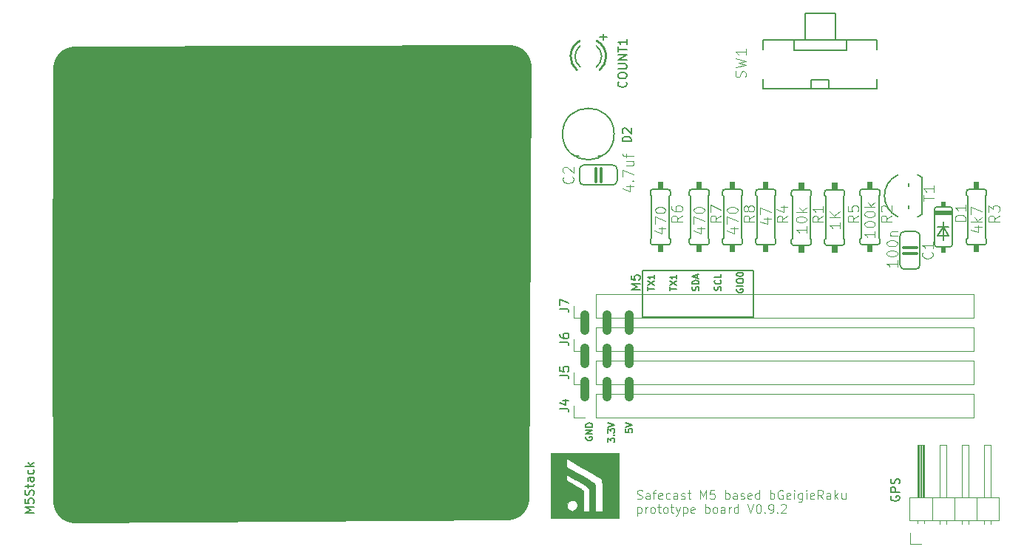
<source format=gbr>
G04 #@! TF.GenerationSoftware,KiCad,Pcbnew,(5.99.0-237-g844f45605)*
G04 #@! TF.CreationDate,2019-10-21T15:13:02+09:00*
G04 #@! TF.ProjectId,M5_board,4d355f62-6f61-4726-942e-6b696361645f,rev?*
G04 #@! TF.SameCoordinates,Original*
G04 #@! TF.FileFunction,Legend,Top*
G04 #@! TF.FilePolarity,Positive*
%FSLAX46Y46*%
G04 Gerber Fmt 4.6, Leading zero omitted, Abs format (unit mm)*
G04 Created by KiCad (PCBNEW (5.99.0-237-g844f45605)) date 2019-10-21 15:13:02*
%MOMM*%
%LPD*%
G04 APERTURE LIST*
%ADD10C,0.150000*%
%ADD11C,0.200000*%
%ADD12C,1.000000*%
%ADD13C,0.100000*%
%ADD14C,0.120000*%
%ADD15C,5.000000*%
%ADD16C,0.010000*%
%ADD17C,0.152400*%
%ADD18C,0.304800*%
%ADD19C,0.127000*%
%ADD20C,0.254000*%
%ADD21C,0.120650*%
%ADD22C,0.096520*%
G04 APERTURE END LIST*
D10*
X166161980Y-99182522D02*
X165161980Y-99182522D01*
X165876266Y-98849189D01*
X165161980Y-98515856D01*
X166161980Y-98515856D01*
X165161980Y-97563475D02*
X165161980Y-98039665D01*
X165638171Y-98087284D01*
X165590552Y-98039665D01*
X165542933Y-97944427D01*
X165542933Y-97706332D01*
X165590552Y-97611094D01*
X165638171Y-97563475D01*
X165733409Y-97515856D01*
X165971504Y-97515856D01*
X166066742Y-97563475D01*
X166114361Y-97611094D01*
X166161980Y-97706332D01*
X166161980Y-97944427D01*
X166114361Y-98039665D01*
X166066742Y-98087284D01*
D11*
X179171600Y-102310000D02*
X166471600Y-102310000D01*
X179171600Y-96976000D02*
X179171600Y-102310000D01*
X166471600Y-96976000D02*
X179171600Y-96976000D01*
X166471600Y-102310000D02*
X166471600Y-96976000D01*
D12*
X159867600Y-109676000D02*
X159867600Y-111454000D01*
X159867600Y-102056000D02*
X159867600Y-103834000D01*
X159867600Y-105866000D02*
X159867600Y-107644000D01*
X164947600Y-109676000D02*
X164947600Y-111454000D01*
X162407600Y-109676000D02*
X162407600Y-111454000D01*
X164947600Y-109676000D02*
X164947600Y-111454000D01*
X162407600Y-109676000D02*
X162407600Y-111454000D01*
X164947600Y-105866000D02*
X164947600Y-107644000D01*
X162407600Y-105866000D02*
X162407600Y-107644000D01*
D10*
X177272600Y-99105142D02*
X177236885Y-99176571D01*
X177236885Y-99283714D01*
X177272600Y-99390857D01*
X177344028Y-99462285D01*
X177415457Y-99498000D01*
X177558314Y-99533714D01*
X177665457Y-99533714D01*
X177808314Y-99498000D01*
X177879742Y-99462285D01*
X177951171Y-99390857D01*
X177986885Y-99283714D01*
X177986885Y-99212285D01*
X177951171Y-99105142D01*
X177915457Y-99069428D01*
X177665457Y-99069428D01*
X177665457Y-99212285D01*
X177986885Y-98748000D02*
X177236885Y-98748000D01*
X177236885Y-98248000D02*
X177236885Y-98105142D01*
X177272600Y-98033714D01*
X177344028Y-97962285D01*
X177486885Y-97926571D01*
X177736885Y-97926571D01*
X177879742Y-97962285D01*
X177951171Y-98033714D01*
X177986885Y-98105142D01*
X177986885Y-98248000D01*
X177951171Y-98319428D01*
X177879742Y-98390857D01*
X177736885Y-98426571D01*
X177486885Y-98426571D01*
X177344028Y-98390857D01*
X177272600Y-98319428D01*
X177236885Y-98248000D01*
X177236885Y-97462285D02*
X177236885Y-97390857D01*
X177272600Y-97319428D01*
X177308314Y-97283714D01*
X177379742Y-97248000D01*
X177522600Y-97212285D01*
X177701171Y-97212285D01*
X177844028Y-97248000D01*
X177915457Y-97283714D01*
X177951171Y-97319428D01*
X177986885Y-97390857D01*
X177986885Y-97462285D01*
X177951171Y-97533714D01*
X177915457Y-97569428D01*
X177844028Y-97605142D01*
X177701171Y-97640857D01*
X177522600Y-97640857D01*
X177379742Y-97605142D01*
X177308314Y-97569428D01*
X177272600Y-97533714D01*
X177236885Y-97462285D01*
X175411171Y-99265857D02*
X175446885Y-99158714D01*
X175446885Y-98980142D01*
X175411171Y-98908714D01*
X175375457Y-98873000D01*
X175304028Y-98837285D01*
X175232600Y-98837285D01*
X175161171Y-98873000D01*
X175125457Y-98908714D01*
X175089742Y-98980142D01*
X175054028Y-99123000D01*
X175018314Y-99194428D01*
X174982600Y-99230142D01*
X174911171Y-99265857D01*
X174839742Y-99265857D01*
X174768314Y-99230142D01*
X174732600Y-99194428D01*
X174696885Y-99123000D01*
X174696885Y-98944428D01*
X174732600Y-98837285D01*
X175375457Y-98087285D02*
X175411171Y-98123000D01*
X175446885Y-98230142D01*
X175446885Y-98301571D01*
X175411171Y-98408714D01*
X175339742Y-98480142D01*
X175268314Y-98515857D01*
X175125457Y-98551571D01*
X175018314Y-98551571D01*
X174875457Y-98515857D01*
X174804028Y-98480142D01*
X174732600Y-98408714D01*
X174696885Y-98301571D01*
X174696885Y-98230142D01*
X174732600Y-98123000D01*
X174768314Y-98087285D01*
X175446885Y-97408714D02*
X175446885Y-97765857D01*
X174696885Y-97765857D01*
X172871171Y-99283714D02*
X172906885Y-99176571D01*
X172906885Y-98998000D01*
X172871171Y-98926571D01*
X172835457Y-98890857D01*
X172764028Y-98855142D01*
X172692600Y-98855142D01*
X172621171Y-98890857D01*
X172585457Y-98926571D01*
X172549742Y-98998000D01*
X172514028Y-99140857D01*
X172478314Y-99212285D01*
X172442600Y-99248000D01*
X172371171Y-99283714D01*
X172299742Y-99283714D01*
X172228314Y-99248000D01*
X172192600Y-99212285D01*
X172156885Y-99140857D01*
X172156885Y-98962285D01*
X172192600Y-98855142D01*
X172906885Y-98533714D02*
X172156885Y-98533714D01*
X172156885Y-98355142D01*
X172192600Y-98248000D01*
X172264028Y-98176571D01*
X172335457Y-98140857D01*
X172478314Y-98105142D01*
X172585457Y-98105142D01*
X172728314Y-98140857D01*
X172799742Y-98176571D01*
X172871171Y-98248000D01*
X172906885Y-98355142D01*
X172906885Y-98533714D01*
X172692600Y-97819428D02*
X172692600Y-97462285D01*
X172906885Y-97890857D02*
X172156885Y-97640857D01*
X172906885Y-97390857D01*
X169616885Y-99301570D02*
X169616885Y-98872999D01*
X170366885Y-99087284D02*
X169616885Y-99087284D01*
X169616885Y-98694427D02*
X170366885Y-98194427D01*
X169616885Y-98194427D02*
X170366885Y-98694427D01*
X170366885Y-97515856D02*
X170366885Y-97944427D01*
X170366885Y-97730141D02*
X169616885Y-97730141D01*
X169724028Y-97801570D01*
X169795457Y-97872999D01*
X169831171Y-97944427D01*
X167076885Y-99301570D02*
X167076885Y-98872999D01*
X167826885Y-99087284D02*
X167076885Y-99087284D01*
X167076885Y-98694427D02*
X167826885Y-98194427D01*
X167076885Y-98194427D02*
X167826885Y-98694427D01*
X167826885Y-97515856D02*
X167826885Y-97944427D01*
X167826885Y-97730141D02*
X167076885Y-97730141D01*
X167184028Y-97801570D01*
X167255457Y-97872999D01*
X167291171Y-97944427D01*
X164536885Y-115152857D02*
X164536885Y-115510000D01*
X164894028Y-115545714D01*
X164858314Y-115510000D01*
X164822600Y-115438571D01*
X164822600Y-115260000D01*
X164858314Y-115188571D01*
X164894028Y-115152857D01*
X164965457Y-115117142D01*
X165144028Y-115117142D01*
X165215457Y-115152857D01*
X165251171Y-115188571D01*
X165286885Y-115260000D01*
X165286885Y-115438571D01*
X165251171Y-115510000D01*
X165215457Y-115545714D01*
X164536885Y-114902857D02*
X165286885Y-114652857D01*
X164536885Y-114402857D01*
X162504885Y-116652856D02*
X162504885Y-116188571D01*
X162790600Y-116438571D01*
X162790600Y-116331428D01*
X162826314Y-116259999D01*
X162862028Y-116224285D01*
X162933457Y-116188571D01*
X163112028Y-116188571D01*
X163183457Y-116224285D01*
X163219171Y-116259999D01*
X163254885Y-116331428D01*
X163254885Y-116545714D01*
X163219171Y-116617142D01*
X163183457Y-116652856D01*
X163183457Y-115867142D02*
X163219171Y-115831428D01*
X163254885Y-115867142D01*
X163219171Y-115902856D01*
X163183457Y-115867142D01*
X163254885Y-115867142D01*
X162504885Y-115581428D02*
X162504885Y-115117142D01*
X162790600Y-115367142D01*
X162790600Y-115259999D01*
X162826314Y-115188571D01*
X162862028Y-115152856D01*
X162933457Y-115117142D01*
X163112028Y-115117142D01*
X163183457Y-115152856D01*
X163219171Y-115188571D01*
X163254885Y-115259999D01*
X163254885Y-115474285D01*
X163219171Y-115545714D01*
X163183457Y-115581428D01*
X162504885Y-114902856D02*
X163254885Y-114652856D01*
X162504885Y-114402856D01*
X160000600Y-116045713D02*
X159964885Y-116117142D01*
X159964885Y-116224285D01*
X160000600Y-116331427D01*
X160072028Y-116402856D01*
X160143457Y-116438570D01*
X160286314Y-116474285D01*
X160393457Y-116474285D01*
X160536314Y-116438570D01*
X160607742Y-116402856D01*
X160679171Y-116331427D01*
X160714885Y-116224285D01*
X160714885Y-116152856D01*
X160679171Y-116045713D01*
X160643457Y-116009999D01*
X160393457Y-116009999D01*
X160393457Y-116152856D01*
X160714885Y-115688570D02*
X159964885Y-115688570D01*
X160714885Y-115259999D01*
X159964885Y-115259999D01*
X160714885Y-114902856D02*
X159964885Y-114902856D01*
X159964885Y-114724285D01*
X160000600Y-114617142D01*
X160072028Y-114545713D01*
X160143457Y-114509999D01*
X160286314Y-114474285D01*
X160393457Y-114474285D01*
X160536314Y-114509999D01*
X160607742Y-114545713D01*
X160679171Y-114617142D01*
X160714885Y-114724285D01*
X160714885Y-114902856D01*
D12*
X162407600Y-102106000D02*
X162407600Y-103884000D01*
X164947600Y-102106000D02*
X164947600Y-103884000D01*
D13*
X165838076Y-123118761D02*
X165980933Y-123166380D01*
X166219028Y-123166380D01*
X166314266Y-123118761D01*
X166361885Y-123071142D01*
X166409504Y-122975904D01*
X166409504Y-122880666D01*
X166361885Y-122785428D01*
X166314266Y-122737809D01*
X166219028Y-122690190D01*
X166028552Y-122642571D01*
X165933314Y-122594952D01*
X165885695Y-122547333D01*
X165838076Y-122452095D01*
X165838076Y-122356857D01*
X165885695Y-122261619D01*
X165933314Y-122214000D01*
X166028552Y-122166380D01*
X166266647Y-122166380D01*
X166409504Y-122214000D01*
X167266647Y-123166380D02*
X167266647Y-122642571D01*
X167219028Y-122547333D01*
X167123790Y-122499714D01*
X166933314Y-122499714D01*
X166838076Y-122547333D01*
X167266647Y-123118761D02*
X167171409Y-123166380D01*
X166933314Y-123166380D01*
X166838076Y-123118761D01*
X166790457Y-123023523D01*
X166790457Y-122928285D01*
X166838076Y-122833047D01*
X166933314Y-122785428D01*
X167171409Y-122785428D01*
X167266647Y-122737809D01*
X167599980Y-122499714D02*
X167980933Y-122499714D01*
X167742838Y-123166380D02*
X167742838Y-122309238D01*
X167790457Y-122214000D01*
X167885695Y-122166380D01*
X167980933Y-122166380D01*
X168695219Y-123118761D02*
X168599980Y-123166380D01*
X168409504Y-123166380D01*
X168314266Y-123118761D01*
X168266647Y-123023523D01*
X168266647Y-122642571D01*
X168314266Y-122547333D01*
X168409504Y-122499714D01*
X168599980Y-122499714D01*
X168695219Y-122547333D01*
X168742838Y-122642571D01*
X168742838Y-122737809D01*
X168266647Y-122833047D01*
X169599980Y-123118761D02*
X169504742Y-123166380D01*
X169314266Y-123166380D01*
X169219028Y-123118761D01*
X169171409Y-123071142D01*
X169123790Y-122975904D01*
X169123790Y-122690190D01*
X169171409Y-122594952D01*
X169219028Y-122547333D01*
X169314266Y-122499714D01*
X169504742Y-122499714D01*
X169599980Y-122547333D01*
X170457123Y-123166380D02*
X170457123Y-122642571D01*
X170409504Y-122547333D01*
X170314266Y-122499714D01*
X170123790Y-122499714D01*
X170028552Y-122547333D01*
X170457123Y-123118761D02*
X170361885Y-123166380D01*
X170123790Y-123166380D01*
X170028552Y-123118761D01*
X169980933Y-123023523D01*
X169980933Y-122928285D01*
X170028552Y-122833047D01*
X170123790Y-122785428D01*
X170361885Y-122785428D01*
X170457123Y-122737809D01*
X170885695Y-123118761D02*
X170980933Y-123166380D01*
X171171409Y-123166380D01*
X171266647Y-123118761D01*
X171314266Y-123023523D01*
X171314266Y-122975904D01*
X171266647Y-122880666D01*
X171171409Y-122833047D01*
X171028552Y-122833047D01*
X170933314Y-122785428D01*
X170885695Y-122690190D01*
X170885695Y-122642571D01*
X170933314Y-122547333D01*
X171028552Y-122499714D01*
X171171409Y-122499714D01*
X171266647Y-122547333D01*
X171599980Y-122499714D02*
X171980933Y-122499714D01*
X171742838Y-122166380D02*
X171742838Y-123023523D01*
X171790457Y-123118761D01*
X171885695Y-123166380D01*
X171980933Y-123166380D01*
X173076171Y-123166380D02*
X173076171Y-122166380D01*
X173409504Y-122880666D01*
X173742838Y-122166380D01*
X173742838Y-123166380D01*
X174695219Y-122166380D02*
X174219028Y-122166380D01*
X174171409Y-122642571D01*
X174219028Y-122594952D01*
X174314266Y-122547333D01*
X174552361Y-122547333D01*
X174647600Y-122594952D01*
X174695219Y-122642571D01*
X174742838Y-122737809D01*
X174742838Y-122975904D01*
X174695219Y-123071142D01*
X174647600Y-123118761D01*
X174552361Y-123166380D01*
X174314266Y-123166380D01*
X174219028Y-123118761D01*
X174171409Y-123071142D01*
X175933314Y-123166380D02*
X175933314Y-122166380D01*
X175933314Y-122547333D02*
X176028552Y-122499714D01*
X176219028Y-122499714D01*
X176314266Y-122547333D01*
X176361885Y-122594952D01*
X176409504Y-122690190D01*
X176409504Y-122975904D01*
X176361885Y-123071142D01*
X176314266Y-123118761D01*
X176219028Y-123166380D01*
X176028552Y-123166380D01*
X175933314Y-123118761D01*
X177266647Y-123166380D02*
X177266647Y-122642571D01*
X177219028Y-122547333D01*
X177123790Y-122499714D01*
X176933314Y-122499714D01*
X176838076Y-122547333D01*
X177266647Y-123118761D02*
X177171409Y-123166380D01*
X176933314Y-123166380D01*
X176838076Y-123118761D01*
X176790457Y-123023523D01*
X176790457Y-122928285D01*
X176838076Y-122833047D01*
X176933314Y-122785428D01*
X177171409Y-122785428D01*
X177266647Y-122737809D01*
X177695219Y-123118761D02*
X177790457Y-123166380D01*
X177980933Y-123166380D01*
X178076171Y-123118761D01*
X178123790Y-123023523D01*
X178123790Y-122975904D01*
X178076171Y-122880666D01*
X177980933Y-122833047D01*
X177838076Y-122833047D01*
X177742838Y-122785428D01*
X177695219Y-122690190D01*
X177695219Y-122642571D01*
X177742838Y-122547333D01*
X177838076Y-122499714D01*
X177980933Y-122499714D01*
X178076171Y-122547333D01*
X178933314Y-123118761D02*
X178838076Y-123166380D01*
X178647600Y-123166380D01*
X178552361Y-123118761D01*
X178504742Y-123023523D01*
X178504742Y-122642571D01*
X178552361Y-122547333D01*
X178647600Y-122499714D01*
X178838076Y-122499714D01*
X178933314Y-122547333D01*
X178980933Y-122642571D01*
X178980933Y-122737809D01*
X178504742Y-122833047D01*
X179838076Y-123166380D02*
X179838076Y-122166380D01*
X179838076Y-123118761D02*
X179742838Y-123166380D01*
X179552361Y-123166380D01*
X179457123Y-123118761D01*
X179409504Y-123071142D01*
X179361885Y-122975904D01*
X179361885Y-122690190D01*
X179409504Y-122594952D01*
X179457123Y-122547333D01*
X179552361Y-122499714D01*
X179742838Y-122499714D01*
X179838076Y-122547333D01*
X181076171Y-123166380D02*
X181076171Y-122166380D01*
X181076171Y-122547333D02*
X181171409Y-122499714D01*
X181361885Y-122499714D01*
X181457123Y-122547333D01*
X181504742Y-122594952D01*
X181552361Y-122690190D01*
X181552361Y-122975904D01*
X181504742Y-123071142D01*
X181457123Y-123118761D01*
X181361885Y-123166380D01*
X181171409Y-123166380D01*
X181076171Y-123118761D01*
X182504742Y-122214000D02*
X182409504Y-122166380D01*
X182266647Y-122166380D01*
X182123790Y-122214000D01*
X182028552Y-122309238D01*
X181980933Y-122404476D01*
X181933314Y-122594952D01*
X181933314Y-122737809D01*
X181980933Y-122928285D01*
X182028552Y-123023523D01*
X182123790Y-123118761D01*
X182266647Y-123166380D01*
X182361885Y-123166380D01*
X182504742Y-123118761D01*
X182552361Y-123071142D01*
X182552361Y-122737809D01*
X182361885Y-122737809D01*
X183361885Y-123118761D02*
X183266647Y-123166380D01*
X183076171Y-123166380D01*
X182980933Y-123118761D01*
X182933314Y-123023523D01*
X182933314Y-122642571D01*
X182980933Y-122547333D01*
X183076171Y-122499714D01*
X183266647Y-122499714D01*
X183361885Y-122547333D01*
X183409504Y-122642571D01*
X183409504Y-122737809D01*
X182933314Y-122833047D01*
X183838076Y-123166380D02*
X183838076Y-122499714D01*
X183838076Y-122166380D02*
X183790457Y-122214000D01*
X183838076Y-122261619D01*
X183885695Y-122214000D01*
X183838076Y-122166380D01*
X183838076Y-122261619D01*
X184742838Y-122499714D02*
X184742838Y-123309238D01*
X184695219Y-123404476D01*
X184647600Y-123452095D01*
X184552361Y-123499714D01*
X184409504Y-123499714D01*
X184314266Y-123452095D01*
X184742838Y-123118761D02*
X184647600Y-123166380D01*
X184457123Y-123166380D01*
X184361885Y-123118761D01*
X184314266Y-123071142D01*
X184266647Y-122975904D01*
X184266647Y-122690190D01*
X184314266Y-122594952D01*
X184361885Y-122547333D01*
X184457123Y-122499714D01*
X184647600Y-122499714D01*
X184742838Y-122547333D01*
X185219028Y-123166380D02*
X185219028Y-122499714D01*
X185219028Y-122166380D02*
X185171409Y-122214000D01*
X185219028Y-122261619D01*
X185266647Y-122214000D01*
X185219028Y-122166380D01*
X185219028Y-122261619D01*
X186076171Y-123118761D02*
X185980933Y-123166380D01*
X185790457Y-123166380D01*
X185695219Y-123118761D01*
X185647600Y-123023523D01*
X185647600Y-122642571D01*
X185695219Y-122547333D01*
X185790457Y-122499714D01*
X185980933Y-122499714D01*
X186076171Y-122547333D01*
X186123790Y-122642571D01*
X186123790Y-122737809D01*
X185647600Y-122833047D01*
X187123790Y-123166380D02*
X186790457Y-122690190D01*
X186552361Y-123166380D02*
X186552361Y-122166380D01*
X186933314Y-122166380D01*
X187028552Y-122214000D01*
X187076171Y-122261619D01*
X187123790Y-122356857D01*
X187123790Y-122499714D01*
X187076171Y-122594952D01*
X187028552Y-122642571D01*
X186933314Y-122690190D01*
X186552361Y-122690190D01*
X187980933Y-123166380D02*
X187980933Y-122642571D01*
X187933314Y-122547333D01*
X187838076Y-122499714D01*
X187647600Y-122499714D01*
X187552361Y-122547333D01*
X187980933Y-123118761D02*
X187885695Y-123166380D01*
X187647600Y-123166380D01*
X187552361Y-123118761D01*
X187504742Y-123023523D01*
X187504742Y-122928285D01*
X187552361Y-122833047D01*
X187647600Y-122785428D01*
X187885695Y-122785428D01*
X187980933Y-122737809D01*
X188457123Y-123166380D02*
X188457123Y-122166380D01*
X188552361Y-122785428D02*
X188838076Y-123166380D01*
X188838076Y-122499714D02*
X188457123Y-122880666D01*
X189695219Y-122499714D02*
X189695219Y-123166380D01*
X189266647Y-122499714D02*
X189266647Y-123023523D01*
X189314266Y-123118761D01*
X189409504Y-123166380D01*
X189552361Y-123166380D01*
X189647600Y-123118761D01*
X189695219Y-123071142D01*
X165885695Y-124109714D02*
X165885695Y-125109714D01*
X165885695Y-124157333D02*
X165980933Y-124109714D01*
X166171409Y-124109714D01*
X166266647Y-124157333D01*
X166314266Y-124204952D01*
X166361885Y-124300190D01*
X166361885Y-124585904D01*
X166314266Y-124681142D01*
X166266647Y-124728761D01*
X166171409Y-124776380D01*
X165980933Y-124776380D01*
X165885695Y-124728761D01*
X166790457Y-124776380D02*
X166790457Y-124109714D01*
X166790457Y-124300190D02*
X166838076Y-124204952D01*
X166885695Y-124157333D01*
X166980933Y-124109714D01*
X167076171Y-124109714D01*
X167552361Y-124776380D02*
X167457123Y-124728761D01*
X167409504Y-124681142D01*
X167361885Y-124585904D01*
X167361885Y-124300190D01*
X167409504Y-124204952D01*
X167457123Y-124157333D01*
X167552361Y-124109714D01*
X167695219Y-124109714D01*
X167790457Y-124157333D01*
X167838076Y-124204952D01*
X167885695Y-124300190D01*
X167885695Y-124585904D01*
X167838076Y-124681142D01*
X167790457Y-124728761D01*
X167695219Y-124776380D01*
X167552361Y-124776380D01*
X168171409Y-124109714D02*
X168552361Y-124109714D01*
X168314266Y-123776380D02*
X168314266Y-124633523D01*
X168361885Y-124728761D01*
X168457123Y-124776380D01*
X168552361Y-124776380D01*
X169028552Y-124776380D02*
X168933314Y-124728761D01*
X168885695Y-124681142D01*
X168838076Y-124585904D01*
X168838076Y-124300190D01*
X168885695Y-124204952D01*
X168933314Y-124157333D01*
X169028552Y-124109714D01*
X169171409Y-124109714D01*
X169266647Y-124157333D01*
X169314266Y-124204952D01*
X169361885Y-124300190D01*
X169361885Y-124585904D01*
X169314266Y-124681142D01*
X169266647Y-124728761D01*
X169171409Y-124776380D01*
X169028552Y-124776380D01*
X169647600Y-124109714D02*
X170028552Y-124109714D01*
X169790457Y-123776380D02*
X169790457Y-124633523D01*
X169838076Y-124728761D01*
X169933314Y-124776380D01*
X170028552Y-124776380D01*
X170266647Y-124109714D02*
X170504742Y-124776380D01*
X170742838Y-124109714D02*
X170504742Y-124776380D01*
X170409504Y-125014476D01*
X170361885Y-125062095D01*
X170266647Y-125109714D01*
X171123790Y-124109714D02*
X171123790Y-125109714D01*
X171123790Y-124157333D02*
X171219028Y-124109714D01*
X171409504Y-124109714D01*
X171504742Y-124157333D01*
X171552361Y-124204952D01*
X171599980Y-124300190D01*
X171599980Y-124585904D01*
X171552361Y-124681142D01*
X171504742Y-124728761D01*
X171409504Y-124776380D01*
X171219028Y-124776380D01*
X171123790Y-124728761D01*
X172409504Y-124728761D02*
X172314266Y-124776380D01*
X172123790Y-124776380D01*
X172028552Y-124728761D01*
X171980933Y-124633523D01*
X171980933Y-124252571D01*
X172028552Y-124157333D01*
X172123790Y-124109714D01*
X172314266Y-124109714D01*
X172409504Y-124157333D01*
X172457123Y-124252571D01*
X172457123Y-124347809D01*
X171980933Y-124443047D01*
X173647600Y-124776380D02*
X173647600Y-123776380D01*
X173647600Y-124157333D02*
X173742838Y-124109714D01*
X173933314Y-124109714D01*
X174028552Y-124157333D01*
X174076171Y-124204952D01*
X174123790Y-124300190D01*
X174123790Y-124585904D01*
X174076171Y-124681142D01*
X174028552Y-124728761D01*
X173933314Y-124776380D01*
X173742838Y-124776380D01*
X173647600Y-124728761D01*
X174695219Y-124776380D02*
X174599980Y-124728761D01*
X174552361Y-124681142D01*
X174504742Y-124585904D01*
X174504742Y-124300190D01*
X174552361Y-124204952D01*
X174599980Y-124157333D01*
X174695219Y-124109714D01*
X174838076Y-124109714D01*
X174933314Y-124157333D01*
X174980933Y-124204952D01*
X175028552Y-124300190D01*
X175028552Y-124585904D01*
X174980933Y-124681142D01*
X174933314Y-124728761D01*
X174838076Y-124776380D01*
X174695219Y-124776380D01*
X175885695Y-124776380D02*
X175885695Y-124252571D01*
X175838076Y-124157333D01*
X175742838Y-124109714D01*
X175552361Y-124109714D01*
X175457123Y-124157333D01*
X175885695Y-124728761D02*
X175790457Y-124776380D01*
X175552361Y-124776380D01*
X175457123Y-124728761D01*
X175409504Y-124633523D01*
X175409504Y-124538285D01*
X175457123Y-124443047D01*
X175552361Y-124395428D01*
X175790457Y-124395428D01*
X175885695Y-124347809D01*
X176361885Y-124776380D02*
X176361885Y-124109714D01*
X176361885Y-124300190D02*
X176409504Y-124204952D01*
X176457123Y-124157333D01*
X176552361Y-124109714D01*
X176647600Y-124109714D01*
X177409504Y-124776380D02*
X177409504Y-123776380D01*
X177409504Y-124728761D02*
X177314266Y-124776380D01*
X177123790Y-124776380D01*
X177028552Y-124728761D01*
X176980933Y-124681142D01*
X176933314Y-124585904D01*
X176933314Y-124300190D01*
X176980933Y-124204952D01*
X177028552Y-124157333D01*
X177123790Y-124109714D01*
X177314266Y-124109714D01*
X177409504Y-124157333D01*
X178504742Y-123776380D02*
X178838076Y-124776380D01*
X179171409Y-123776380D01*
X179695219Y-123776380D02*
X179790457Y-123776380D01*
X179885695Y-123824000D01*
X179933314Y-123871619D01*
X179980933Y-123966857D01*
X180028552Y-124157333D01*
X180028552Y-124395428D01*
X179980933Y-124585904D01*
X179933314Y-124681142D01*
X179885695Y-124728761D01*
X179790457Y-124776380D01*
X179695219Y-124776380D01*
X179599980Y-124728761D01*
X179552361Y-124681142D01*
X179504742Y-124585904D01*
X179457123Y-124395428D01*
X179457123Y-124157333D01*
X179504742Y-123966857D01*
X179552361Y-123871619D01*
X179599980Y-123824000D01*
X179695219Y-123776380D01*
X180457123Y-124681142D02*
X180504742Y-124728761D01*
X180457123Y-124776380D01*
X180409504Y-124728761D01*
X180457123Y-124681142D01*
X180457123Y-124776380D01*
X180980933Y-124776380D02*
X181171409Y-124776380D01*
X181266647Y-124728761D01*
X181314266Y-124681142D01*
X181409504Y-124538285D01*
X181457123Y-124347809D01*
X181457123Y-123966857D01*
X181409504Y-123871619D01*
X181361885Y-123824000D01*
X181266647Y-123776380D01*
X181076171Y-123776380D01*
X180980933Y-123824000D01*
X180933314Y-123871619D01*
X180885695Y-123966857D01*
X180885695Y-124204952D01*
X180933314Y-124300190D01*
X180980933Y-124347809D01*
X181076171Y-124395428D01*
X181266647Y-124395428D01*
X181361885Y-124347809D01*
X181409504Y-124300190D01*
X181457123Y-124204952D01*
X181885695Y-124681142D02*
X181933314Y-124728761D01*
X181885695Y-124776380D01*
X181838076Y-124728761D01*
X181885695Y-124681142D01*
X181885695Y-124776380D01*
X182314266Y-123871619D02*
X182361885Y-123824000D01*
X182457123Y-123776380D01*
X182695219Y-123776380D01*
X182790457Y-123824000D01*
X182838076Y-123871619D01*
X182885695Y-123966857D01*
X182885695Y-124062095D01*
X182838076Y-124204952D01*
X182266647Y-124776380D01*
X182885695Y-124776380D01*
D14*
X204378000Y-102370000D02*
X204378000Y-99710000D01*
X161138000Y-102370000D02*
X204378000Y-102370000D01*
X161138000Y-99710000D02*
X204378000Y-99710000D01*
X161138000Y-102370000D02*
X161138000Y-99710000D01*
X159868000Y-102370000D02*
X158538000Y-102370000D01*
X158538000Y-102370000D02*
X158538000Y-101040000D01*
X204378000Y-106180000D02*
X204378000Y-103520000D01*
X161138000Y-106180000D02*
X204378000Y-106180000D01*
X161138000Y-103520000D02*
X204378000Y-103520000D01*
X161138000Y-106180000D02*
X161138000Y-103520000D01*
X159868000Y-106180000D02*
X158538000Y-106180000D01*
X158538000Y-106180000D02*
X158538000Y-104850000D01*
X204378000Y-109990000D02*
X204378000Y-107330000D01*
X161138000Y-109990000D02*
X204378000Y-109990000D01*
X161138000Y-107330000D02*
X204378000Y-107330000D01*
X161138000Y-109990000D02*
X161138000Y-107330000D01*
X159868000Y-109990000D02*
X158538000Y-109990000D01*
X158538000Y-109990000D02*
X158538000Y-108660000D01*
X204378000Y-113800000D02*
X204378000Y-111140000D01*
X161138000Y-113800000D02*
X204378000Y-113800000D01*
X161138000Y-111140000D02*
X204378000Y-111140000D01*
X161138000Y-113800000D02*
X161138000Y-111140000D01*
X159868000Y-113800000D02*
X158538000Y-113800000D01*
X158538000Y-113800000D02*
X158538000Y-112470000D01*
D10*
X159149000Y-83855000D02*
X158699000Y-83855000D01*
X163199000Y-81355000D02*
G75*
G03X163199000Y-81355000I-2950000J0D01*
G01*
X161349000Y-83855000D02*
X161799000Y-83855000D01*
D15*
G36*
X150942960Y-123096319D02*
G01*
X101442960Y-123396319D01*
X101370960Y-103886319D01*
X101442960Y-73796319D01*
X151242960Y-73596319D01*
X150942960Y-123096319D01*
G37*
X150942960Y-123096319D02*
X101442960Y-123396319D01*
X101370960Y-103886319D01*
X101442960Y-73796319D01*
X151242960Y-73596319D01*
X150942960Y-123096319D01*
D16*
G36*
X163762267Y-117888667D02*
G01*
X163762267Y-125339333D01*
X155972934Y-125339333D01*
X155972934Y-123830544D01*
X157783307Y-123830544D01*
X157822465Y-124122056D01*
X157826542Y-124132132D01*
X157993453Y-124373736D01*
X158230943Y-124536016D01*
X158368971Y-124571603D01*
X158484508Y-124539935D01*
X158672512Y-124455325D01*
X158685245Y-124448793D01*
X158909386Y-124252399D01*
X159008598Y-123992816D01*
X158985141Y-123718647D01*
X158841270Y-123478497D01*
X158633770Y-123340536D01*
X158337572Y-123295457D01*
X158074602Y-123384157D01*
X157878600Y-123573549D01*
X157783307Y-123830544D01*
X155972934Y-123830544D01*
X155972934Y-120714605D01*
X157750933Y-120714605D01*
X157750933Y-121075702D01*
X158491767Y-121486700D01*
X158836999Y-121681335D01*
X159150750Y-121863737D01*
X159386819Y-122006799D01*
X159465434Y-122057948D01*
X159698267Y-122218197D01*
X159698267Y-124577333D01*
X160375600Y-124577333D01*
X160375600Y-122013407D01*
X160100434Y-121763390D01*
X159924015Y-121629083D01*
X159635542Y-121438107D01*
X159272131Y-121213934D01*
X158870895Y-120980035D01*
X158788100Y-120933441D01*
X157750934Y-120353509D01*
X157750933Y-120714605D01*
X155972934Y-120714605D01*
X155972934Y-119022313D01*
X157750934Y-119022313D01*
X157750934Y-119478626D01*
X159277840Y-120345650D01*
X159745273Y-120616087D01*
X160167130Y-120869623D01*
X160519114Y-121090894D01*
X160776926Y-121264530D01*
X160916272Y-121375167D01*
X160928840Y-121389843D01*
X160975948Y-121493244D01*
X161010166Y-121664256D01*
X161033189Y-121925891D01*
X161046716Y-122301161D01*
X161052445Y-122813078D01*
X161052934Y-123072172D01*
X161052934Y-124577333D01*
X161909105Y-124577333D01*
X161883186Y-122808016D01*
X161873241Y-122211003D01*
X161861742Y-121759777D01*
X161846409Y-121430797D01*
X161824959Y-121200518D01*
X161795112Y-121045397D01*
X161754586Y-120941890D01*
X161701100Y-120866454D01*
X161694321Y-120858851D01*
X161591596Y-120782020D01*
X161368825Y-120637570D01*
X161049914Y-120439557D01*
X160658765Y-120202036D01*
X160219283Y-119939062D01*
X159755372Y-119664692D01*
X159290935Y-119392980D01*
X158849876Y-119137982D01*
X158456100Y-118913754D01*
X158133511Y-118734350D01*
X157906012Y-118613826D01*
X157797507Y-118566237D01*
X157794877Y-118566000D01*
X157770594Y-118642512D01*
X157754635Y-118839509D01*
X157750934Y-119022313D01*
X155972934Y-119022313D01*
X155972934Y-117888667D01*
X163762267Y-117888667D01*
G37*
X163762267Y-117888667D02*
X163762267Y-125339333D01*
X155972934Y-125339333D01*
X155972934Y-123830544D01*
X157783307Y-123830544D01*
X157822465Y-124122056D01*
X157826542Y-124132132D01*
X157993453Y-124373736D01*
X158230943Y-124536016D01*
X158368971Y-124571603D01*
X158484508Y-124539935D01*
X158672512Y-124455325D01*
X158685245Y-124448793D01*
X158909386Y-124252399D01*
X159008598Y-123992816D01*
X158985141Y-123718647D01*
X158841270Y-123478497D01*
X158633770Y-123340536D01*
X158337572Y-123295457D01*
X158074602Y-123384157D01*
X157878600Y-123573549D01*
X157783307Y-123830544D01*
X155972934Y-123830544D01*
X155972934Y-120714605D01*
X157750933Y-120714605D01*
X157750933Y-121075702D01*
X158491767Y-121486700D01*
X158836999Y-121681335D01*
X159150750Y-121863737D01*
X159386819Y-122006799D01*
X159465434Y-122057948D01*
X159698267Y-122218197D01*
X159698267Y-124577333D01*
X160375600Y-124577333D01*
X160375600Y-122013407D01*
X160100434Y-121763390D01*
X159924015Y-121629083D01*
X159635542Y-121438107D01*
X159272131Y-121213934D01*
X158870895Y-120980035D01*
X158788100Y-120933441D01*
X157750934Y-120353509D01*
X157750933Y-120714605D01*
X155972934Y-120714605D01*
X155972934Y-119022313D01*
X157750934Y-119022313D01*
X157750934Y-119478626D01*
X159277840Y-120345650D01*
X159745273Y-120616087D01*
X160167130Y-120869623D01*
X160519114Y-121090894D01*
X160776926Y-121264530D01*
X160916272Y-121375167D01*
X160928840Y-121389843D01*
X160975948Y-121493244D01*
X161010166Y-121664256D01*
X161033189Y-121925891D01*
X161046716Y-122301161D01*
X161052445Y-122813078D01*
X161052934Y-123072172D01*
X161052934Y-124577333D01*
X161909105Y-124577333D01*
X161883186Y-122808016D01*
X161873241Y-122211003D01*
X161861742Y-121759777D01*
X161846409Y-121430797D01*
X161824959Y-121200518D01*
X161795112Y-121045397D01*
X161754586Y-120941890D01*
X161701100Y-120866454D01*
X161694321Y-120858851D01*
X161591596Y-120782020D01*
X161368825Y-120637570D01*
X161049914Y-120439557D01*
X160658765Y-120202036D01*
X160219283Y-119939062D01*
X159755372Y-119664692D01*
X159290935Y-119392980D01*
X158849876Y-119137982D01*
X158456100Y-118913754D01*
X158133511Y-118734350D01*
X157906012Y-118613826D01*
X157797507Y-118566237D01*
X157794877Y-118566000D01*
X157770594Y-118642512D01*
X157754635Y-118839509D01*
X157750934Y-119022313D01*
X155972934Y-119022313D01*
X155972934Y-117888667D01*
X163762267Y-117888667D01*
D10*
G36*
X188762800Y-87755000D02*
G01*
X188153200Y-87755000D01*
X188153200Y-86891400D01*
X188762800Y-86891400D01*
X188762800Y-87755000D01*
G37*
G36*
X188762800Y-94968600D02*
G01*
X188153200Y-94968600D01*
X188153200Y-94105000D01*
X188762800Y-94105000D01*
X188762800Y-94968600D01*
G37*
D17*
X187569000Y-94105000D02*
X189347000Y-94105000D01*
X187315000Y-93851000D02*
X187315000Y-93470000D01*
X189601000Y-93851000D02*
X189601000Y-93470000D01*
X187442000Y-93343000D02*
X187442000Y-88517000D01*
X187442000Y-93343000D02*
X187315000Y-93470000D01*
X189474000Y-93343000D02*
X189474000Y-88517000D01*
X189474000Y-93343000D02*
X189601000Y-93470000D01*
X187442000Y-88517000D02*
X187315000Y-88390000D01*
X187315000Y-88009000D02*
X187315000Y-88390000D01*
X189474000Y-88517000D02*
X189601000Y-88390000D01*
X189601000Y-88009000D02*
X189601000Y-88390000D01*
X187569000Y-87755000D02*
X189347000Y-87755000D01*
X189347000Y-94105000D02*
G75*
G03X189601000Y-93851000I0J254000D01*
G01*
X187569000Y-94105000D02*
G75*
G02X187315000Y-93851000I0J254000D01*
G01*
X187315000Y-88009000D02*
G75*
G02X187569000Y-87755000I254000J0D01*
G01*
X189601000Y-88009000D02*
G75*
G03X189347000Y-87755000I-254000J0D01*
G01*
D10*
G36*
X184952800Y-94968600D02*
G01*
X184343200Y-94968600D01*
X184343200Y-94105000D01*
X184952800Y-94105000D01*
X184952800Y-94968600D01*
G37*
G36*
X184952800Y-87755000D02*
G01*
X184343200Y-87755000D01*
X184343200Y-86891400D01*
X184952800Y-86891400D01*
X184952800Y-87755000D01*
G37*
D17*
X185537000Y-87755000D02*
X183759000Y-87755000D01*
X185791000Y-88009000D02*
X185791000Y-88390000D01*
X183505000Y-88009000D02*
X183505000Y-88390000D01*
X185664000Y-88517000D02*
X185664000Y-93343000D01*
X185664000Y-88517000D02*
X185791000Y-88390000D01*
X183632000Y-88517000D02*
X183632000Y-93343000D01*
X183632000Y-88517000D02*
X183505000Y-88390000D01*
X185664000Y-93343000D02*
X185791000Y-93470000D01*
X185791000Y-93851000D02*
X185791000Y-93470000D01*
X183632000Y-93343000D02*
X183505000Y-93470000D01*
X183505000Y-93851000D02*
X183505000Y-93470000D01*
X185537000Y-94105000D02*
X183759000Y-94105000D01*
X183759000Y-87755000D02*
G75*
G03X183505000Y-88009000I0J-254000D01*
G01*
X185537000Y-87755000D02*
G75*
G02X185791000Y-88009000I0J-254000D01*
G01*
X185791000Y-93851000D02*
G75*
G02X185537000Y-94105000I-254000J0D01*
G01*
X183505000Y-93851000D02*
G75*
G03X183759000Y-94105000I254000J0D01*
G01*
D18*
X161722200Y-85292000D02*
X161722200Y-86816000D01*
X161087200Y-85292000D02*
X161087200Y-86816000D01*
D17*
X163551000Y-86689000D02*
G75*
G02X163043000Y-87197000I-508000J0D01*
G01*
X163551000Y-85419000D02*
G75*
G03X163043000Y-84911000I-508000J0D01*
G01*
X163043000Y-87197000D02*
X159741000Y-87197000D01*
X163551000Y-86689000D02*
X163551000Y-85419000D01*
X163043000Y-84911000D02*
X159741000Y-84911000D01*
X159741000Y-87197000D02*
G75*
G02X159233000Y-86689000I0J508000D01*
G01*
X159741000Y-84911000D02*
G75*
G03X159233000Y-85419000I0J-508000D01*
G01*
X159233000Y-86689000D02*
X159233000Y-85419000D01*
D10*
G36*
X177063800Y-87705000D02*
G01*
X176454200Y-87705000D01*
X176454200Y-86841400D01*
X177063800Y-86841400D01*
X177063800Y-87705000D01*
G37*
G36*
X177063800Y-94918600D02*
G01*
X176454200Y-94918600D01*
X176454200Y-94055000D01*
X177063800Y-94055000D01*
X177063800Y-94918600D01*
G37*
D17*
X175870000Y-94055000D02*
X177648000Y-94055000D01*
X175616000Y-93801000D02*
X175616000Y-93420000D01*
X177902000Y-93801000D02*
X177902000Y-93420000D01*
X175743000Y-93293000D02*
X175743000Y-88467000D01*
X175743000Y-93293000D02*
X175616000Y-93420000D01*
X177775000Y-93293000D02*
X177775000Y-88467000D01*
X177775000Y-93293000D02*
X177902000Y-93420000D01*
X175743000Y-88467000D02*
X175616000Y-88340000D01*
X175616000Y-87959000D02*
X175616000Y-88340000D01*
X177775000Y-88467000D02*
X177902000Y-88340000D01*
X177902000Y-87959000D02*
X177902000Y-88340000D01*
X175870000Y-87705000D02*
X177648000Y-87705000D01*
X177648000Y-94055000D02*
G75*
G03X177902000Y-93801000I0J254000D01*
G01*
X175870000Y-94055000D02*
G75*
G02X175616000Y-93801000I0J254000D01*
G01*
X175616000Y-87959000D02*
G75*
G02X175870000Y-87705000I254000J0D01*
G01*
X177902000Y-87959000D02*
G75*
G03X177648000Y-87705000I-254000J0D01*
G01*
D10*
G36*
X173253800Y-87705000D02*
G01*
X172644200Y-87705000D01*
X172644200Y-86841400D01*
X173253800Y-86841400D01*
X173253800Y-87705000D01*
G37*
G36*
X173253800Y-94918600D02*
G01*
X172644200Y-94918600D01*
X172644200Y-94055000D01*
X173253800Y-94055000D01*
X173253800Y-94918600D01*
G37*
D17*
X172060000Y-94055000D02*
X173838000Y-94055000D01*
X171806000Y-93801000D02*
X171806000Y-93420000D01*
X174092000Y-93801000D02*
X174092000Y-93420000D01*
X171933000Y-93293000D02*
X171933000Y-88467000D01*
X171933000Y-93293000D02*
X171806000Y-93420000D01*
X173965000Y-93293000D02*
X173965000Y-88467000D01*
X173965000Y-93293000D02*
X174092000Y-93420000D01*
X171933000Y-88467000D02*
X171806000Y-88340000D01*
X171806000Y-87959000D02*
X171806000Y-88340000D01*
X173965000Y-88467000D02*
X174092000Y-88340000D01*
X174092000Y-87959000D02*
X174092000Y-88340000D01*
X172060000Y-87705000D02*
X173838000Y-87705000D01*
X173838000Y-94055000D02*
G75*
G03X174092000Y-93801000I0J254000D01*
G01*
X172060000Y-94055000D02*
G75*
G02X171806000Y-93801000I0J254000D01*
G01*
X171806000Y-87959000D02*
G75*
G02X172060000Y-87705000I254000J0D01*
G01*
X174092000Y-87959000D02*
G75*
G03X173838000Y-87705000I-254000J0D01*
G01*
D10*
G36*
X168808800Y-87705000D02*
G01*
X168199200Y-87705000D01*
X168199200Y-86841400D01*
X168808800Y-86841400D01*
X168808800Y-87705000D01*
G37*
G36*
X168808800Y-94918600D02*
G01*
X168199200Y-94918600D01*
X168199200Y-94055000D01*
X168808800Y-94055000D01*
X168808800Y-94918600D01*
G37*
D17*
X167615000Y-94055000D02*
X169393000Y-94055000D01*
X167361000Y-93801000D02*
X167361000Y-93420000D01*
X169647000Y-93801000D02*
X169647000Y-93420000D01*
X167488000Y-93293000D02*
X167488000Y-88467000D01*
X167488000Y-93293000D02*
X167361000Y-93420000D01*
X169520000Y-93293000D02*
X169520000Y-88467000D01*
X169520000Y-93293000D02*
X169647000Y-93420000D01*
X167488000Y-88467000D02*
X167361000Y-88340000D01*
X167361000Y-87959000D02*
X167361000Y-88340000D01*
X169520000Y-88467000D02*
X169647000Y-88340000D01*
X169647000Y-87959000D02*
X169647000Y-88340000D01*
X167615000Y-87705000D02*
X169393000Y-87705000D01*
X169393000Y-94055000D02*
G75*
G03X169647000Y-93801000I0J254000D01*
G01*
X167615000Y-94055000D02*
G75*
G02X167361000Y-93801000I0J254000D01*
G01*
X167361000Y-87959000D02*
G75*
G02X167615000Y-87705000I254000J0D01*
G01*
X169647000Y-87959000D02*
G75*
G03X169393000Y-87705000I-254000J0D01*
G01*
D19*
X198480000Y-90535000D02*
X198480000Y-86345000D01*
X195693098Y-86027001D02*
G75*
G03X195693100Y-90853000I1135910J-2412999D01*
G01*
X198480000Y-90535000D02*
G75*
G02X197964900Y-90853500I-1651106J2094505D01*
G01*
X196956000Y-89576000D02*
X196956000Y-89844000D01*
X196956000Y-87036000D02*
X196956000Y-87304000D01*
X197940800Y-86015300D02*
G75*
G02X198480000Y-86345000I-1111909J-2424208D01*
G01*
X193291600Y-76154000D02*
X187791600Y-76154000D01*
X187791600Y-76154000D02*
X185791600Y-76154000D01*
X185791600Y-76154000D02*
X180291600Y-76154000D01*
X180291600Y-70554000D02*
X183791600Y-70554000D01*
X183791600Y-70554000D02*
X185041600Y-70554000D01*
X185041600Y-70554000D02*
X188541600Y-70554000D01*
X188541600Y-70554000D02*
X189791600Y-70554000D01*
X189791600Y-70554000D02*
X193291600Y-70554000D01*
X187791600Y-76154000D02*
X187791600Y-75154000D01*
X187791600Y-75154000D02*
X185791600Y-75154000D01*
X185791600Y-75154000D02*
X185791600Y-76154000D01*
X189791600Y-70554000D02*
X189791600Y-71754000D01*
X189791600Y-71754000D02*
X183791600Y-71754000D01*
X183791600Y-71754000D02*
X183791600Y-70554000D01*
X188541600Y-70554000D02*
X188541600Y-67554000D01*
X188541600Y-67554000D02*
X185041600Y-67554000D01*
X185041600Y-67554000D02*
X185041600Y-70554000D01*
X193291600Y-76154000D02*
X193291600Y-75054000D01*
X193291600Y-70554000D02*
X193291600Y-71654000D01*
X180291600Y-76154000D02*
X180291600Y-75054000D01*
X180291600Y-70554000D02*
X180291600Y-71654000D01*
D17*
X191354000Y-93776000D02*
G75*
G03X191608000Y-94030000I254000J0D01*
G01*
X193640000Y-93776000D02*
G75*
G02X193386000Y-94030000I-254000J0D01*
G01*
X193386000Y-87680000D02*
G75*
G02X193640000Y-87934000I0J-254000D01*
G01*
X191608000Y-87680000D02*
G75*
G03X191354000Y-87934000I0J-254000D01*
G01*
X193386000Y-94030000D02*
X191608000Y-94030000D01*
X191354000Y-93776000D02*
X191354000Y-93395000D01*
X191481000Y-93268000D02*
X191354000Y-93395000D01*
X193640000Y-93776000D02*
X193640000Y-93395000D01*
X193513000Y-93268000D02*
X193640000Y-93395000D01*
X191481000Y-88442000D02*
X191354000Y-88315000D01*
X191481000Y-88442000D02*
X191481000Y-93268000D01*
X193513000Y-88442000D02*
X193640000Y-88315000D01*
X193513000Y-88442000D02*
X193513000Y-93268000D01*
X191354000Y-87934000D02*
X191354000Y-88315000D01*
X193640000Y-87934000D02*
X193640000Y-88315000D01*
X193386000Y-87680000D02*
X191608000Y-87680000D01*
D10*
G36*
X192801800Y-87680000D02*
G01*
X192192200Y-87680000D01*
X192192200Y-86816400D01*
X192801800Y-86816400D01*
X192801800Y-87680000D01*
G37*
G36*
X192801800Y-94893600D02*
G01*
X192192200Y-94893600D01*
X192192200Y-94030000D01*
X192801800Y-94030000D01*
X192801800Y-94893600D01*
G37*
D17*
X179426000Y-93801000D02*
G75*
G03X179680000Y-94055000I254000J0D01*
G01*
X181712000Y-93801000D02*
G75*
G02X181458000Y-94055000I-254000J0D01*
G01*
X181458000Y-87705000D02*
G75*
G02X181712000Y-87959000I0J-254000D01*
G01*
X179680000Y-87705000D02*
G75*
G03X179426000Y-87959000I0J-254000D01*
G01*
X181458000Y-94055000D02*
X179680000Y-94055000D01*
X179426000Y-93801000D02*
X179426000Y-93420000D01*
X179553000Y-93293000D02*
X179426000Y-93420000D01*
X181712000Y-93801000D02*
X181712000Y-93420000D01*
X181585000Y-93293000D02*
X181712000Y-93420000D01*
X179553000Y-88467000D02*
X179426000Y-88340000D01*
X179553000Y-88467000D02*
X179553000Y-93293000D01*
X181585000Y-88467000D02*
X181712000Y-88340000D01*
X181585000Y-88467000D02*
X181585000Y-93293000D01*
X179426000Y-87959000D02*
X179426000Y-88340000D01*
X181712000Y-87959000D02*
X181712000Y-88340000D01*
X181458000Y-87705000D02*
X179680000Y-87705000D01*
D10*
G36*
X180873800Y-87705000D02*
G01*
X180264200Y-87705000D01*
X180264200Y-86841400D01*
X180873800Y-86841400D01*
X180873800Y-87705000D01*
G37*
G36*
X180873800Y-94918600D02*
G01*
X180264200Y-94918600D01*
X180264200Y-94055000D01*
X180873800Y-94055000D01*
X180873800Y-94918600D01*
G37*
D17*
X205842000Y-87959000D02*
G75*
G03X205588000Y-87705000I-254000J0D01*
G01*
X203556000Y-87959000D02*
G75*
G02X203810000Y-87705000I254000J0D01*
G01*
X203810000Y-94055000D02*
G75*
G02X203556000Y-93801000I0J254000D01*
G01*
X205588000Y-94055000D02*
G75*
G03X205842000Y-93801000I0J254000D01*
G01*
X203810000Y-87705000D02*
X205588000Y-87705000D01*
X205842000Y-87959000D02*
X205842000Y-88340000D01*
X205715000Y-88467000D02*
X205842000Y-88340000D01*
X203556000Y-87959000D02*
X203556000Y-88340000D01*
X203683000Y-88467000D02*
X203556000Y-88340000D01*
X205715000Y-93293000D02*
X205842000Y-93420000D01*
X205715000Y-93293000D02*
X205715000Y-88467000D01*
X203683000Y-93293000D02*
X203556000Y-93420000D01*
X203683000Y-93293000D02*
X203683000Y-88467000D01*
X205842000Y-93801000D02*
X205842000Y-93420000D01*
X203556000Y-93801000D02*
X203556000Y-93420000D01*
X203810000Y-94055000D02*
X205588000Y-94055000D01*
D10*
G36*
X205003800Y-94918600D02*
G01*
X204394200Y-94918600D01*
X204394200Y-94055000D01*
X205003800Y-94055000D01*
X205003800Y-94918600D01*
G37*
G36*
X205003800Y-87705000D02*
G01*
X204394200Y-87705000D01*
X204394200Y-86841400D01*
X205003800Y-86841400D01*
X205003800Y-87705000D01*
G37*
D14*
X197019000Y-125635000D02*
X207299000Y-125635000D01*
X207299000Y-125635000D02*
X207299000Y-122975000D01*
X207299000Y-122975000D02*
X197019000Y-122975000D01*
X197019000Y-122975000D02*
X197019000Y-125635000D01*
X197969000Y-122975000D02*
X197969000Y-116975000D01*
X197969000Y-116975000D02*
X198729000Y-116975000D01*
X198729000Y-116975000D02*
X198729000Y-122975000D01*
X198029000Y-122975000D02*
X198029000Y-116975000D01*
X198149000Y-122975000D02*
X198149000Y-116975000D01*
X198269000Y-122975000D02*
X198269000Y-116975000D01*
X198389000Y-122975000D02*
X198389000Y-116975000D01*
X198509000Y-122975000D02*
X198509000Y-116975000D01*
X198629000Y-122975000D02*
X198629000Y-116975000D01*
X197969000Y-125965000D02*
X197969000Y-125635000D01*
X198729000Y-125965000D02*
X198729000Y-125635000D01*
X199619000Y-125635000D02*
X199619000Y-122975000D01*
X200509000Y-122975000D02*
X200509000Y-116975000D01*
X200509000Y-116975000D02*
X201269000Y-116975000D01*
X201269000Y-116975000D02*
X201269000Y-122975000D01*
X200509000Y-126032071D02*
X200509000Y-125635000D01*
X201269000Y-126032071D02*
X201269000Y-125635000D01*
X202159000Y-125635000D02*
X202159000Y-122975000D01*
X203049000Y-122975000D02*
X203049000Y-116975000D01*
X203049000Y-116975000D02*
X203809000Y-116975000D01*
X203809000Y-116975000D02*
X203809000Y-122975000D01*
X203049000Y-126032071D02*
X203049000Y-125635000D01*
X203809000Y-126032071D02*
X203809000Y-125635000D01*
X204699000Y-125635000D02*
X204699000Y-122975000D01*
X205589000Y-122975000D02*
X205589000Y-116975000D01*
X205589000Y-116975000D02*
X206349000Y-116975000D01*
X206349000Y-116975000D02*
X206349000Y-122975000D01*
X205589000Y-126032071D02*
X205589000Y-125635000D01*
X206349000Y-126032071D02*
X206349000Y-125635000D01*
X198349000Y-128345000D02*
X197079000Y-128345000D01*
X197079000Y-128345000D02*
X197079000Y-127075000D01*
X108754000Y-113680000D02*
X108754000Y-118880000D01*
X144374000Y-113680000D02*
X108754000Y-113680000D01*
X146974000Y-118880000D02*
X108754000Y-118880000D01*
X144374000Y-113680000D02*
X144374000Y-116280000D01*
X144374000Y-116280000D02*
X146974000Y-116280000D01*
X146974000Y-116280000D02*
X146974000Y-118880000D01*
X145644000Y-113680000D02*
X146974000Y-113680000D01*
X146974000Y-113680000D02*
X146974000Y-115010000D01*
D17*
X200904000Y-91363000D02*
X200904000Y-91998000D01*
X201539000Y-93014000D02*
X200269000Y-93014000D01*
X200269000Y-93014000D02*
X200904000Y-91998000D01*
X200904000Y-91998000D02*
X200904000Y-93522000D01*
X200904000Y-91998000D02*
X201539000Y-93014000D01*
X201539000Y-91998000D02*
X200904000Y-91998000D01*
X200904000Y-91998000D02*
X200269000Y-91998000D01*
X201666000Y-94284000D02*
G75*
G03X201920000Y-94030000I0J254000D01*
G01*
X201666000Y-94284000D02*
X200142000Y-94284000D01*
X200142000Y-94284000D02*
G75*
G02X199888000Y-94030000I0J254000D01*
G01*
X201920000Y-89966000D02*
G75*
G03X201666000Y-89712000I-254000J0D01*
G01*
X199888000Y-89966000D02*
G75*
G02X200142000Y-89712000I254000J0D01*
G01*
X199888000Y-89966000D02*
X199888000Y-94030000D01*
X201666000Y-89712000D02*
X200142000Y-89712000D01*
X201920000Y-89966000D02*
X201920000Y-94030000D01*
D10*
G36*
X201920000Y-90601000D02*
G01*
X199888000Y-90601000D01*
X199888000Y-90093000D01*
X201920000Y-90093000D01*
X201920000Y-90601000D01*
G37*
G36*
X201158000Y-94919000D02*
G01*
X200650000Y-94919000D01*
X200650000Y-94284000D01*
X201158000Y-94284000D01*
X201158000Y-94919000D01*
G37*
G36*
X201158000Y-89712000D02*
G01*
X200650000Y-89712000D01*
X200650000Y-89077000D01*
X201158000Y-89077000D01*
X201158000Y-89712000D01*
G37*
D17*
X161134801Y-73705100D02*
G75*
G03X161773000Y-72465000I-885801J1240134D01*
G01*
X161773000Y-72465000D02*
G75*
G03X161163400Y-71245800I-1524000J0D01*
G01*
X159313400Y-73668000D02*
G75*
G02X158725000Y-72465000I935600J1203008D01*
G01*
X158725000Y-72465000D02*
G75*
G02X159313400Y-71262000I1524000J-8D01*
G01*
D20*
X161549900Y-74026000D02*
G75*
G03X162281000Y-72465000I-1300900J1560988D01*
G01*
X162281000Y-72465000D02*
G75*
G03X161205200Y-70672100I-2032000J-60D01*
G01*
X158936400Y-74016200D02*
G75*
G02X158217000Y-72465000I1312600J1551163D01*
G01*
X158217000Y-72465000D02*
G75*
G02X159240800Y-70700700I2032000J56D01*
G01*
D19*
X161976200Y-69874200D02*
X161976200Y-70610800D01*
X161569800Y-70229800D02*
X162357200Y-70229800D01*
D17*
X196444000Y-92531000D02*
X197714000Y-92531000D01*
X198222000Y-93039000D02*
G75*
G03X197714000Y-92531000I-508000J0D01*
G01*
X195936000Y-93039000D02*
G75*
G02X196444000Y-92531000I508000J0D01*
G01*
X198222000Y-96341000D02*
X198222000Y-93039000D01*
X196444000Y-96849000D02*
X197714000Y-96849000D01*
X195936000Y-96341000D02*
X195936000Y-93039000D01*
X197714000Y-96849000D02*
G75*
G03X198222000Y-96341000I0J508000D01*
G01*
X196444000Y-96849000D02*
G75*
G02X195936000Y-96341000I0J508000D01*
G01*
D18*
X197841000Y-94385200D02*
X196317000Y-94385200D01*
X197841000Y-95020200D02*
X196317000Y-95020200D01*
D10*
X156990380Y-101373333D02*
X157704666Y-101373333D01*
X157847523Y-101420952D01*
X157942761Y-101516190D01*
X157990380Y-101659047D01*
X157990380Y-101754285D01*
X156990380Y-100992380D02*
X156990380Y-100325714D01*
X157990380Y-100754285D01*
X156990380Y-105183333D02*
X157704666Y-105183333D01*
X157847523Y-105230952D01*
X157942761Y-105326190D01*
X157990380Y-105469047D01*
X157990380Y-105564285D01*
X156990380Y-104278571D02*
X156990380Y-104469047D01*
X157038000Y-104564285D01*
X157085619Y-104611904D01*
X157228476Y-104707142D01*
X157418952Y-104754761D01*
X157799904Y-104754761D01*
X157895142Y-104707142D01*
X157942761Y-104659523D01*
X157990380Y-104564285D01*
X157990380Y-104373809D01*
X157942761Y-104278571D01*
X157895142Y-104230952D01*
X157799904Y-104183333D01*
X157561809Y-104183333D01*
X157466571Y-104230952D01*
X157418952Y-104278571D01*
X157371333Y-104373809D01*
X157371333Y-104564285D01*
X157418952Y-104659523D01*
X157466571Y-104707142D01*
X157561809Y-104754761D01*
X156990380Y-108993333D02*
X157704666Y-108993333D01*
X157847523Y-109040952D01*
X157942761Y-109136190D01*
X157990380Y-109279047D01*
X157990380Y-109374285D01*
X156990380Y-108040952D02*
X156990380Y-108517142D01*
X157466571Y-108564761D01*
X157418952Y-108517142D01*
X157371333Y-108421904D01*
X157371333Y-108183809D01*
X157418952Y-108088571D01*
X157466571Y-108040952D01*
X157561809Y-107993333D01*
X157799904Y-107993333D01*
X157895142Y-108040952D01*
X157942761Y-108088571D01*
X157990380Y-108183809D01*
X157990380Y-108421904D01*
X157942761Y-108517142D01*
X157895142Y-108564761D01*
X156990380Y-112803333D02*
X157704666Y-112803333D01*
X157847523Y-112850952D01*
X157942761Y-112946190D01*
X157990380Y-113089047D01*
X157990380Y-113184285D01*
X157323714Y-111898571D02*
X157990380Y-111898571D01*
X156942761Y-112136666D02*
X157657047Y-112374761D01*
X157657047Y-111755714D01*
X165146380Y-82208095D02*
X164146380Y-82208095D01*
X164146380Y-81970000D01*
X164194000Y-81827142D01*
X164289238Y-81731904D01*
X164384476Y-81684285D01*
X164574952Y-81636666D01*
X164717809Y-81636666D01*
X164908285Y-81684285D01*
X165003523Y-81731904D01*
X165098761Y-81827142D01*
X165146380Y-81970000D01*
X165146380Y-82208095D01*
X164241619Y-81255714D02*
X164194000Y-81208095D01*
X164146380Y-81112857D01*
X164146380Y-80874761D01*
X164194000Y-80779523D01*
X164241619Y-80731904D01*
X164336857Y-80684285D01*
X164432095Y-80684285D01*
X164574952Y-80731904D01*
X165146380Y-81303333D01*
X165146380Y-80684285D01*
X117309626Y-83248699D02*
X116976293Y-82772509D01*
X116738198Y-83248699D02*
X116738198Y-82248699D01*
X117119150Y-82248699D01*
X117214388Y-82296319D01*
X117262007Y-82343938D01*
X117309626Y-82439176D01*
X117309626Y-82582033D01*
X117262007Y-82677271D01*
X117214388Y-82724890D01*
X117119150Y-82772509D01*
X116738198Y-82772509D01*
X117738198Y-82724890D02*
X118071531Y-82724890D01*
X118214388Y-83248699D02*
X117738198Y-83248699D01*
X117738198Y-82248699D01*
X118214388Y-82248699D01*
X118976293Y-82724890D02*
X118642960Y-82724890D01*
X118642960Y-83248699D02*
X118642960Y-82248699D01*
X119119150Y-82248699D01*
X119642960Y-82248699D02*
X119642960Y-82486795D01*
X119404864Y-82391557D02*
X119642960Y-82486795D01*
X119881055Y-82391557D01*
X119500102Y-82677271D02*
X119642960Y-82486795D01*
X119785817Y-82677271D01*
X120404864Y-82248699D02*
X120404864Y-82486795D01*
X120166769Y-82391557D02*
X120404864Y-82486795D01*
X120642960Y-82391557D01*
X120262007Y-82677271D02*
X120404864Y-82486795D01*
X120547721Y-82677271D01*
X96743340Y-124777461D02*
X95743340Y-124777461D01*
X96457626Y-124444128D01*
X95743340Y-124110795D01*
X96743340Y-124110795D01*
X95743340Y-123158414D02*
X95743340Y-123634604D01*
X96219531Y-123682223D01*
X96171912Y-123634604D01*
X96124293Y-123539366D01*
X96124293Y-123301271D01*
X96171912Y-123206033D01*
X96219531Y-123158414D01*
X96314769Y-123110795D01*
X96552864Y-123110795D01*
X96648102Y-123158414D01*
X96695721Y-123206033D01*
X96743340Y-123301271D01*
X96743340Y-123539366D01*
X96695721Y-123634604D01*
X96648102Y-123682223D01*
X96695721Y-122729842D02*
X96743340Y-122586985D01*
X96743340Y-122348890D01*
X96695721Y-122253652D01*
X96648102Y-122206033D01*
X96552864Y-122158414D01*
X96457626Y-122158414D01*
X96362388Y-122206033D01*
X96314769Y-122253652D01*
X96267150Y-122348890D01*
X96219531Y-122539366D01*
X96171912Y-122634604D01*
X96124293Y-122682223D01*
X96029055Y-122729842D01*
X95933817Y-122729842D01*
X95838579Y-122682223D01*
X95790960Y-122634604D01*
X95743340Y-122539366D01*
X95743340Y-122301271D01*
X95790960Y-122158414D01*
X96076674Y-121872699D02*
X96076674Y-121491747D01*
X95743340Y-121729842D02*
X96600483Y-121729842D01*
X96695721Y-121682223D01*
X96743340Y-121586985D01*
X96743340Y-121491747D01*
X96743340Y-120729842D02*
X96219531Y-120729842D01*
X96124293Y-120777461D01*
X96076674Y-120872699D01*
X96076674Y-121063176D01*
X96124293Y-121158414D01*
X96695721Y-120729842D02*
X96743340Y-120825080D01*
X96743340Y-121063176D01*
X96695721Y-121158414D01*
X96600483Y-121206033D01*
X96505245Y-121206033D01*
X96410007Y-121158414D01*
X96362388Y-121063176D01*
X96362388Y-120825080D01*
X96314769Y-120729842D01*
X96695721Y-119825080D02*
X96743340Y-119920319D01*
X96743340Y-120110795D01*
X96695721Y-120206033D01*
X96648102Y-120253652D01*
X96552864Y-120301271D01*
X96267150Y-120301271D01*
X96171912Y-120253652D01*
X96124293Y-120206033D01*
X96076674Y-120110795D01*
X96076674Y-119920319D01*
X96124293Y-119825080D01*
X96743340Y-119396509D02*
X95743340Y-119396509D01*
X96362388Y-119301271D02*
X96743340Y-119015557D01*
X96076674Y-119015557D02*
X96457626Y-119396509D01*
D21*
X194979147Y-90700085D02*
X194404623Y-91102251D01*
X194979147Y-91389513D02*
X193772647Y-91389513D01*
X193772647Y-90929894D01*
X193830100Y-90814989D01*
X193887552Y-90757537D01*
X194002457Y-90700085D01*
X194174814Y-90700085D01*
X194289719Y-90757537D01*
X194347171Y-90814989D01*
X194404623Y-90929894D01*
X194404623Y-91389513D01*
X193887552Y-90240465D02*
X193830100Y-90183013D01*
X193772647Y-90068108D01*
X193772647Y-89780846D01*
X193830100Y-89665942D01*
X193887552Y-89608489D01*
X194002457Y-89551037D01*
X194117361Y-89551037D01*
X194289719Y-89608489D01*
X194979147Y-90297918D01*
X194979147Y-89551037D01*
X189035547Y-91454720D02*
X189035547Y-92144148D01*
X189035547Y-91799434D02*
X187829047Y-91799434D01*
X188001404Y-91914339D01*
X188116309Y-92029244D01*
X188173761Y-92144148D01*
X189035547Y-90937648D02*
X187829047Y-90937648D01*
X189035547Y-90248220D02*
X188346119Y-90765291D01*
X187829047Y-90248220D02*
X188518476Y-90937648D01*
X187130547Y-90736279D02*
X186556023Y-91138446D01*
X187130547Y-91425708D02*
X185924047Y-91425708D01*
X185924047Y-90966089D01*
X185981500Y-90851184D01*
X186038952Y-90793732D01*
X186153857Y-90736279D01*
X186326214Y-90736279D01*
X186441119Y-90793732D01*
X186498571Y-90851184D01*
X186556023Y-90966089D01*
X186556023Y-91425708D01*
X187130547Y-89587232D02*
X187130547Y-90276660D01*
X187130547Y-89931946D02*
X185924047Y-89931946D01*
X186096404Y-90046851D01*
X186211309Y-90161755D01*
X186268761Y-90276660D01*
X185225547Y-91950534D02*
X185225547Y-92639962D01*
X185225547Y-92295248D02*
X184019047Y-92295248D01*
X184191404Y-92410153D01*
X184306309Y-92525057D01*
X184363761Y-92639962D01*
X184019047Y-91203653D02*
X184019047Y-91088748D01*
X184076500Y-90973843D01*
X184133952Y-90916391D01*
X184248857Y-90858938D01*
X184478666Y-90801486D01*
X184765928Y-90801486D01*
X184995738Y-90858938D01*
X185110642Y-90916391D01*
X185168095Y-90973843D01*
X185225547Y-91088748D01*
X185225547Y-91203653D01*
X185168095Y-91318557D01*
X185110642Y-91376010D01*
X184995738Y-91433462D01*
X184765928Y-91490915D01*
X184478666Y-91490915D01*
X184248857Y-91433462D01*
X184133952Y-91376010D01*
X184076500Y-91318557D01*
X184019047Y-91203653D01*
X185225547Y-90284415D02*
X184019047Y-90284415D01*
X184765928Y-90169510D02*
X185225547Y-89824796D01*
X184421214Y-89824796D02*
X184880833Y-90284415D01*
X158425242Y-86248887D02*
X158482695Y-86306339D01*
X158540147Y-86478696D01*
X158540147Y-86593601D01*
X158482695Y-86765958D01*
X158367790Y-86880863D01*
X158252885Y-86938315D01*
X158023076Y-86995767D01*
X157850719Y-86995767D01*
X157620909Y-86938315D01*
X157506004Y-86880863D01*
X157391100Y-86765958D01*
X157333647Y-86593601D01*
X157333647Y-86478696D01*
X157391100Y-86306339D01*
X157448552Y-86248887D01*
X157448552Y-85789267D02*
X157391100Y-85731815D01*
X157333647Y-85616910D01*
X157333647Y-85329648D01*
X157391100Y-85214744D01*
X157448552Y-85157291D01*
X157563457Y-85099839D01*
X157678361Y-85099839D01*
X157850719Y-85157291D01*
X158540147Y-85846720D01*
X158540147Y-85099839D01*
X164593814Y-87347244D02*
X165398147Y-87347244D01*
X164134195Y-87634506D02*
X164995980Y-87921767D01*
X164995980Y-87174887D01*
X165283242Y-86715267D02*
X165340695Y-86657815D01*
X165398147Y-86715267D01*
X165340695Y-86772720D01*
X165283242Y-86715267D01*
X165398147Y-86715267D01*
X164191647Y-86255648D02*
X164191647Y-85451315D01*
X165398147Y-85968387D01*
X164593814Y-84474625D02*
X165398147Y-84474625D01*
X164593814Y-84991696D02*
X165225790Y-84991696D01*
X165340695Y-84934244D01*
X165398147Y-84819339D01*
X165398147Y-84646982D01*
X165340695Y-84532077D01*
X165283242Y-84474625D01*
X164593814Y-84072458D02*
X164593814Y-83612839D01*
X165398147Y-83900101D02*
X164364004Y-83900101D01*
X164249100Y-83842648D01*
X164191647Y-83727744D01*
X164191647Y-83612839D01*
X179241547Y-90700085D02*
X178667023Y-91102251D01*
X179241547Y-91389513D02*
X178035047Y-91389513D01*
X178035047Y-90929894D01*
X178092500Y-90814989D01*
X178149952Y-90757537D01*
X178264857Y-90700085D01*
X178437214Y-90700085D01*
X178552119Y-90757537D01*
X178609571Y-90814989D01*
X178667023Y-90929894D01*
X178667023Y-91389513D01*
X178552119Y-90010656D02*
X178494666Y-90125561D01*
X178437214Y-90183013D01*
X178322309Y-90240465D01*
X178264857Y-90240465D01*
X178149952Y-90183013D01*
X178092500Y-90125561D01*
X178035047Y-90010656D01*
X178035047Y-89780846D01*
X178092500Y-89665942D01*
X178149952Y-89608489D01*
X178264857Y-89551037D01*
X178322309Y-89551037D01*
X178437214Y-89608489D01*
X178494666Y-89665942D01*
X178552119Y-89780846D01*
X178552119Y-90010656D01*
X178609571Y-90125561D01*
X178667023Y-90183013D01*
X178781928Y-90240465D01*
X179011738Y-90240465D01*
X179126642Y-90183013D01*
X179184095Y-90125561D01*
X179241547Y-90010656D01*
X179241547Y-89780846D01*
X179184095Y-89665942D01*
X179126642Y-89608489D01*
X179011738Y-89551037D01*
X178781928Y-89551037D01*
X178667023Y-89608489D01*
X178609571Y-89665942D01*
X178552119Y-89780846D01*
X172722214Y-92151618D02*
X173526547Y-92151618D01*
X172262595Y-92438879D02*
X173124380Y-92726141D01*
X173124380Y-91979260D01*
X172320047Y-91634546D02*
X172320047Y-90830213D01*
X173526547Y-91347284D01*
X172320047Y-90140784D02*
X172320047Y-90025879D01*
X172377500Y-89910975D01*
X172434952Y-89853522D01*
X172549857Y-89796070D01*
X172779666Y-89738618D01*
X173066928Y-89738618D01*
X173296738Y-89796070D01*
X173411642Y-89853522D01*
X173469095Y-89910975D01*
X173526547Y-90025879D01*
X173526547Y-90140784D01*
X173469095Y-90255689D01*
X173411642Y-90313141D01*
X173296738Y-90370594D01*
X173066928Y-90428046D01*
X172779666Y-90428046D01*
X172549857Y-90370594D01*
X172434952Y-90313141D01*
X172377500Y-90255689D01*
X172320047Y-90140784D01*
X175431547Y-90700085D02*
X174857023Y-91102251D01*
X175431547Y-91389513D02*
X174225047Y-91389513D01*
X174225047Y-90929894D01*
X174282500Y-90814989D01*
X174339952Y-90757537D01*
X174454857Y-90700085D01*
X174627214Y-90700085D01*
X174742119Y-90757537D01*
X174799571Y-90814989D01*
X174857023Y-90929894D01*
X174857023Y-91389513D01*
X174225047Y-90297918D02*
X174225047Y-89493585D01*
X175431547Y-90010656D01*
X176531814Y-92151618D02*
X177336147Y-92151618D01*
X176072195Y-92438879D02*
X176933980Y-92726141D01*
X176933980Y-91979260D01*
X176129647Y-91634546D02*
X176129647Y-90830213D01*
X177336147Y-91347284D01*
X176129647Y-90140784D02*
X176129647Y-90025879D01*
X176187100Y-89910975D01*
X176244552Y-89853522D01*
X176359457Y-89796070D01*
X176589266Y-89738618D01*
X176876528Y-89738618D01*
X177106338Y-89796070D01*
X177221242Y-89853522D01*
X177278695Y-89910975D01*
X177336147Y-90025879D01*
X177336147Y-90140784D01*
X177278695Y-90255689D01*
X177221242Y-90313141D01*
X177106338Y-90370594D01*
X176876528Y-90428046D01*
X176589266Y-90428046D01*
X176359457Y-90370594D01*
X176244552Y-90313141D01*
X176187100Y-90255689D01*
X176129647Y-90140784D01*
X170986547Y-90700085D02*
X170412023Y-91102251D01*
X170986547Y-91389513D02*
X169780047Y-91389513D01*
X169780047Y-90929894D01*
X169837500Y-90814989D01*
X169894952Y-90757537D01*
X170009857Y-90700085D01*
X170182214Y-90700085D01*
X170297119Y-90757537D01*
X170354571Y-90814989D01*
X170412023Y-90929894D01*
X170412023Y-91389513D01*
X169780047Y-89665942D02*
X169780047Y-89895751D01*
X169837500Y-90010656D01*
X169894952Y-90068108D01*
X170067309Y-90183013D01*
X170297119Y-90240465D01*
X170756738Y-90240465D01*
X170871642Y-90183013D01*
X170929095Y-90125561D01*
X170986547Y-90010656D01*
X170986547Y-89780846D01*
X170929095Y-89665942D01*
X170871642Y-89608489D01*
X170756738Y-89551037D01*
X170469476Y-89551037D01*
X170354571Y-89608489D01*
X170297119Y-89665942D01*
X170239666Y-89780846D01*
X170239666Y-90010656D01*
X170297119Y-90125561D01*
X170354571Y-90183013D01*
X170469476Y-90240465D01*
X168277214Y-92151618D02*
X169081547Y-92151618D01*
X167817595Y-92438879D02*
X168679380Y-92726141D01*
X168679380Y-91979260D01*
X167875047Y-91634546D02*
X167875047Y-90830213D01*
X169081547Y-91347284D01*
X167875047Y-90140784D02*
X167875047Y-90025879D01*
X167932500Y-89910975D01*
X167989952Y-89853522D01*
X168104857Y-89796070D01*
X168334666Y-89738618D01*
X168621928Y-89738618D01*
X168851738Y-89796070D01*
X168966642Y-89853522D01*
X169024095Y-89910975D01*
X169081547Y-90025879D01*
X169081547Y-90140784D01*
X169024095Y-90255689D01*
X168966642Y-90313141D01*
X168851738Y-90370594D01*
X168621928Y-90428046D01*
X168334666Y-90428046D01*
X168104857Y-90370594D01*
X167989952Y-90313141D01*
X167932500Y-90255689D01*
X167875047Y-90140784D01*
X198624047Y-89010672D02*
X198624047Y-88321244D01*
X199830547Y-88665958D02*
X198624047Y-88665958D01*
X199830547Y-87287101D02*
X199830547Y-87976529D01*
X199830547Y-87631815D02*
X198624047Y-87631815D01*
X198796404Y-87746720D01*
X198911309Y-87861625D01*
X198968761Y-87976529D01*
D22*
X178230795Y-74839452D02*
X178288247Y-74667095D01*
X178288247Y-74379833D01*
X178230795Y-74264928D01*
X178173342Y-74207476D01*
X178058438Y-74150023D01*
X177943533Y-74150023D01*
X177828628Y-74207476D01*
X177771176Y-74264928D01*
X177713723Y-74379833D01*
X177656271Y-74609642D01*
X177598819Y-74724547D01*
X177541366Y-74782000D01*
X177426461Y-74839452D01*
X177311557Y-74839452D01*
X177196652Y-74782000D01*
X177139200Y-74724547D01*
X177081747Y-74609642D01*
X177081747Y-74322381D01*
X177139200Y-74150023D01*
X177081747Y-73747857D02*
X178288247Y-73460595D01*
X177426461Y-73230785D01*
X178288247Y-73000976D01*
X177081747Y-72713714D01*
X178288247Y-71622119D02*
X178288247Y-72311547D01*
X178288247Y-71966833D02*
X177081747Y-71966833D01*
X177254104Y-72081738D01*
X177369009Y-72196642D01*
X177426461Y-72311547D01*
D21*
X191169547Y-90700085D02*
X190595023Y-91102251D01*
X191169547Y-91389513D02*
X189963047Y-91389513D01*
X189963047Y-90929894D01*
X190020500Y-90814989D01*
X190077952Y-90757537D01*
X190192857Y-90700085D01*
X190365214Y-90700085D01*
X190480119Y-90757537D01*
X190537571Y-90814989D01*
X190595023Y-90929894D01*
X190595023Y-91389513D01*
X189963047Y-89608489D02*
X189963047Y-90183013D01*
X190537571Y-90240465D01*
X190480119Y-90183013D01*
X190422666Y-90068108D01*
X190422666Y-89780846D01*
X190480119Y-89665942D01*
X190537571Y-89608489D01*
X190652476Y-89551037D01*
X190939738Y-89551037D01*
X191054642Y-89608489D01*
X191112095Y-89665942D01*
X191169547Y-89780846D01*
X191169547Y-90068108D01*
X191112095Y-90183013D01*
X191054642Y-90240465D01*
X193074547Y-92488863D02*
X193074547Y-93178291D01*
X193074547Y-92833577D02*
X191868047Y-92833577D01*
X192040404Y-92948482D01*
X192155309Y-93063387D01*
X192212761Y-93178291D01*
X191868047Y-91741982D02*
X191868047Y-91627077D01*
X191925500Y-91512172D01*
X191982952Y-91454720D01*
X192097857Y-91397268D01*
X192327666Y-91339815D01*
X192614928Y-91339815D01*
X192844738Y-91397268D01*
X192959642Y-91454720D01*
X193017095Y-91512172D01*
X193074547Y-91627077D01*
X193074547Y-91741982D01*
X193017095Y-91856887D01*
X192959642Y-91914339D01*
X192844738Y-91971791D01*
X192614928Y-92029244D01*
X192327666Y-92029244D01*
X192097857Y-91971791D01*
X191982952Y-91914339D01*
X191925500Y-91856887D01*
X191868047Y-91741982D01*
X191868047Y-90592934D02*
X191868047Y-90478030D01*
X191925500Y-90363125D01*
X191982952Y-90305672D01*
X192097857Y-90248220D01*
X192327666Y-90190768D01*
X192614928Y-90190768D01*
X192844738Y-90248220D01*
X192959642Y-90305672D01*
X193017095Y-90363125D01*
X193074547Y-90478030D01*
X193074547Y-90592934D01*
X193017095Y-90707839D01*
X192959642Y-90765291D01*
X192844738Y-90822744D01*
X192614928Y-90880196D01*
X192327666Y-90880196D01*
X192097857Y-90822744D01*
X191982952Y-90765291D01*
X191925500Y-90707839D01*
X191868047Y-90592934D01*
X193074547Y-89673696D02*
X191868047Y-89673696D01*
X192614928Y-89558791D02*
X193074547Y-89214077D01*
X192270214Y-89214077D02*
X192729833Y-89673696D01*
X183051547Y-90736279D02*
X182477023Y-91138446D01*
X183051547Y-91425708D02*
X181845047Y-91425708D01*
X181845047Y-90966089D01*
X181902500Y-90851184D01*
X181959952Y-90793732D01*
X182074857Y-90736279D01*
X182247214Y-90736279D01*
X182362119Y-90793732D01*
X182419571Y-90851184D01*
X182477023Y-90966089D01*
X182477023Y-91425708D01*
X182247214Y-89702136D02*
X183051547Y-89702136D01*
X181787595Y-89989398D02*
X182649380Y-90276660D01*
X182649380Y-89529779D01*
X180342214Y-91081280D02*
X181146547Y-91081280D01*
X179882595Y-91368541D02*
X180744380Y-91655803D01*
X180744380Y-90908922D01*
X179940047Y-90564208D02*
X179940047Y-89759875D01*
X181146547Y-90276946D01*
X207308147Y-90700085D02*
X206733623Y-91102251D01*
X207308147Y-91389513D02*
X206101647Y-91389513D01*
X206101647Y-90929894D01*
X206159100Y-90814989D01*
X206216552Y-90757537D01*
X206331457Y-90700085D01*
X206503814Y-90700085D01*
X206618719Y-90757537D01*
X206676171Y-90814989D01*
X206733623Y-90929894D01*
X206733623Y-91389513D01*
X206101647Y-90297918D02*
X206101647Y-89551037D01*
X206561266Y-89953204D01*
X206561266Y-89780846D01*
X206618719Y-89665942D01*
X206676171Y-89608489D01*
X206791076Y-89551037D01*
X207078338Y-89551037D01*
X207193242Y-89608489D01*
X207250695Y-89665942D01*
X207308147Y-89780846D01*
X207308147Y-90125561D01*
X207250695Y-90240465D01*
X207193242Y-90297918D01*
X204471814Y-92029244D02*
X205276147Y-92029244D01*
X204012195Y-92316506D02*
X204873980Y-92603767D01*
X204873980Y-91856887D01*
X205276147Y-91397267D02*
X204069647Y-91397267D01*
X204816528Y-91282363D02*
X205276147Y-90937648D01*
X204471814Y-90937648D02*
X204931433Y-91397267D01*
X204069647Y-90535482D02*
X204069647Y-89731148D01*
X205276147Y-90248220D01*
D10*
X194927600Y-122836285D02*
X194879980Y-122931523D01*
X194879980Y-123074380D01*
X194927600Y-123217238D01*
X195022838Y-123312476D01*
X195118076Y-123360095D01*
X195308552Y-123407714D01*
X195451409Y-123407714D01*
X195641885Y-123360095D01*
X195737123Y-123312476D01*
X195832361Y-123217238D01*
X195879980Y-123074380D01*
X195879980Y-122979142D01*
X195832361Y-122836285D01*
X195784742Y-122788666D01*
X195451409Y-122788666D01*
X195451409Y-122979142D01*
X195879980Y-122360095D02*
X194879980Y-122360095D01*
X194879980Y-121979142D01*
X194927600Y-121883904D01*
X194975219Y-121836285D01*
X195070457Y-121788666D01*
X195213314Y-121788666D01*
X195308552Y-121836285D01*
X195356171Y-121883904D01*
X195403790Y-121979142D01*
X195403790Y-122360095D01*
X195832361Y-121407714D02*
X195879980Y-121264857D01*
X195879980Y-121026761D01*
X195832361Y-120931523D01*
X195784742Y-120883904D01*
X195689504Y-120836285D01*
X195594266Y-120836285D01*
X195499028Y-120883904D01*
X195451409Y-120931523D01*
X195403790Y-121026761D01*
X195356171Y-121217238D01*
X195308552Y-121312476D01*
X195260933Y-121360095D01*
X195165695Y-121407714D01*
X195070457Y-121407714D01*
X194975219Y-121360095D01*
X194927600Y-121312476D01*
X194879980Y-121217238D01*
X194879980Y-120979142D01*
X194927600Y-120836285D01*
X147426380Y-116613333D02*
X148140666Y-116613333D01*
X148283523Y-116660952D01*
X148378761Y-116756190D01*
X148426380Y-116899047D01*
X148426380Y-116994285D01*
X148426380Y-115613333D02*
X148426380Y-116184761D01*
X148426380Y-115899047D02*
X147426380Y-115899047D01*
X147569238Y-115994285D01*
X147664476Y-116089523D01*
X147712095Y-116184761D01*
D22*
X203434647Y-91292000D02*
X202228147Y-91292000D01*
X202228147Y-91004738D01*
X202285600Y-90832381D01*
X202400504Y-90717476D01*
X202515409Y-90660023D01*
X202745219Y-90602571D01*
X202917576Y-90602571D01*
X203147385Y-90660023D01*
X203262290Y-90717476D01*
X203377195Y-90832381D01*
X203434647Y-91004738D01*
X203434647Y-91292000D01*
X203434647Y-89453523D02*
X203434647Y-90142952D01*
X203434647Y-89798238D02*
X202228147Y-89798238D01*
X202400504Y-89913142D01*
X202515409Y-90028047D01*
X202572861Y-90142952D01*
D10*
X164551142Y-75367976D02*
X164598761Y-75415595D01*
X164646380Y-75558452D01*
X164646380Y-75653690D01*
X164598761Y-75796547D01*
X164503523Y-75891785D01*
X164408285Y-75939404D01*
X164217809Y-75987023D01*
X164074952Y-75987023D01*
X163884476Y-75939404D01*
X163789238Y-75891785D01*
X163694000Y-75796547D01*
X163646380Y-75653690D01*
X163646380Y-75558452D01*
X163694000Y-75415595D01*
X163741619Y-75367976D01*
X163646380Y-74748928D02*
X163646380Y-74558452D01*
X163694000Y-74463214D01*
X163789238Y-74367976D01*
X163979714Y-74320357D01*
X164313047Y-74320357D01*
X164503523Y-74367976D01*
X164598761Y-74463214D01*
X164646380Y-74558452D01*
X164646380Y-74748928D01*
X164598761Y-74844166D01*
X164503523Y-74939404D01*
X164313047Y-74987023D01*
X163979714Y-74987023D01*
X163789238Y-74939404D01*
X163694000Y-74844166D01*
X163646380Y-74748928D01*
X163646380Y-73891785D02*
X164455904Y-73891785D01*
X164551142Y-73844166D01*
X164598761Y-73796547D01*
X164646380Y-73701309D01*
X164646380Y-73510833D01*
X164598761Y-73415595D01*
X164551142Y-73367976D01*
X164455904Y-73320357D01*
X163646380Y-73320357D01*
X164646380Y-72844166D02*
X163646380Y-72844166D01*
X164646380Y-72272738D01*
X163646380Y-72272738D01*
X163646380Y-71939404D02*
X163646380Y-71367976D01*
X164646380Y-71653690D02*
X163646380Y-71653690D01*
X164646380Y-70510833D02*
X164646380Y-71082261D01*
X164646380Y-70796547D02*
X163646380Y-70796547D01*
X163789238Y-70891785D01*
X163884476Y-70987023D01*
X163932095Y-71082261D01*
D21*
X199573242Y-94877279D02*
X199630695Y-94934732D01*
X199688147Y-95107089D01*
X199688147Y-95221993D01*
X199630695Y-95394351D01*
X199515790Y-95509255D01*
X199400885Y-95566708D01*
X199171076Y-95624160D01*
X198998719Y-95624160D01*
X198768909Y-95566708D01*
X198654004Y-95509255D01*
X198539100Y-95394351D01*
X198481647Y-95221993D01*
X198481647Y-95107089D01*
X198539100Y-94934732D01*
X198596552Y-94877279D01*
X199688147Y-93728232D02*
X199688147Y-94417660D01*
X199688147Y-94072946D02*
X198481647Y-94072946D01*
X198654004Y-94187851D01*
X198768909Y-94302755D01*
X198826361Y-94417660D01*
X195624147Y-95847922D02*
X195624147Y-96537351D01*
X195624147Y-96192636D02*
X194417647Y-96192636D01*
X194590004Y-96307541D01*
X194704909Y-96422446D01*
X194762361Y-96537351D01*
X194417647Y-95101041D02*
X194417647Y-94986136D01*
X194475100Y-94871232D01*
X194532552Y-94813779D01*
X194647457Y-94756327D01*
X194877266Y-94698874D01*
X195164528Y-94698874D01*
X195394338Y-94756327D01*
X195509242Y-94813779D01*
X195566695Y-94871232D01*
X195624147Y-94986136D01*
X195624147Y-95101041D01*
X195566695Y-95215946D01*
X195509242Y-95273398D01*
X195394338Y-95330851D01*
X195164528Y-95388303D01*
X194877266Y-95388303D01*
X194647457Y-95330851D01*
X194532552Y-95273398D01*
X194475100Y-95215946D01*
X194417647Y-95101041D01*
X194417647Y-93951993D02*
X194417647Y-93837089D01*
X194475100Y-93722184D01*
X194532552Y-93664732D01*
X194647457Y-93607279D01*
X194877266Y-93549827D01*
X195164528Y-93549827D01*
X195394338Y-93607279D01*
X195509242Y-93664732D01*
X195566695Y-93722184D01*
X195624147Y-93837089D01*
X195624147Y-93951993D01*
X195566695Y-94066898D01*
X195509242Y-94124351D01*
X195394338Y-94181803D01*
X195164528Y-94239255D01*
X194877266Y-94239255D01*
X194647457Y-94181803D01*
X194532552Y-94124351D01*
X194475100Y-94066898D01*
X194417647Y-93951993D01*
X194819814Y-93032755D02*
X195624147Y-93032755D01*
X194934719Y-93032755D02*
X194877266Y-92975303D01*
X194819814Y-92860398D01*
X194819814Y-92688041D01*
X194877266Y-92573136D01*
X194992171Y-92515684D01*
X195624147Y-92515684D01*
M02*

</source>
